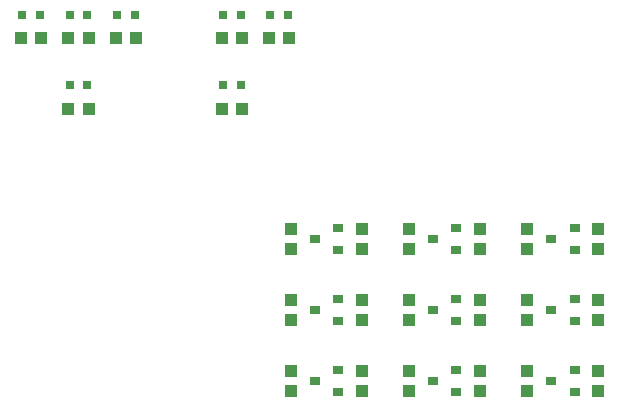
<source format=gbr>
G04 EAGLE Gerber RS-274X export*
G75*
%MOMM*%
%FSLAX34Y34*%
%LPD*%
%INSolderpaste Top*%
%IPPOS*%
%AMOC8*
5,1,8,0,0,1.08239X$1,22.5*%
G01*
%ADD10R,0.900000X0.800000*%
%ADD11R,1.000000X1.100000*%
%ADD12R,0.800000X0.800000*%
%ADD13R,1.100000X1.000000*%


D10*
X370000Y350500D03*
X370000Y369500D03*
X350000Y360000D03*
D11*
X390000Y368500D03*
X390000Y351500D03*
X330000Y351500D03*
X330000Y368500D03*
D10*
X370000Y410500D03*
X370000Y429500D03*
X350000Y420000D03*
D11*
X390000Y428500D03*
X390000Y411500D03*
X330000Y411500D03*
X330000Y428500D03*
D10*
X370000Y470500D03*
X370000Y489500D03*
X350000Y480000D03*
D11*
X390000Y488500D03*
X390000Y471500D03*
X330000Y471500D03*
X330000Y488500D03*
D10*
X470000Y350500D03*
X470000Y369500D03*
X450000Y360000D03*
D11*
X490000Y368500D03*
X490000Y351500D03*
X430000Y351500D03*
X430000Y368500D03*
D10*
X470000Y410500D03*
X470000Y429500D03*
X450000Y420000D03*
D11*
X490000Y428500D03*
X490000Y411500D03*
X430000Y411500D03*
X430000Y428500D03*
D10*
X470000Y470500D03*
X470000Y489500D03*
X450000Y480000D03*
D11*
X490000Y488500D03*
X490000Y471500D03*
X430000Y471500D03*
X430000Y488500D03*
D10*
X570000Y350500D03*
X570000Y369500D03*
X550000Y360000D03*
D11*
X590000Y368500D03*
X590000Y351500D03*
X530000Y351500D03*
X530000Y368500D03*
D10*
X570000Y410500D03*
X570000Y429500D03*
X550000Y420000D03*
D11*
X590000Y428500D03*
X590000Y411500D03*
X530000Y411500D03*
X530000Y428500D03*
D10*
X570000Y470500D03*
X570000Y489500D03*
X550000Y480000D03*
D11*
X590000Y488500D03*
X590000Y471500D03*
X530000Y471500D03*
X530000Y488500D03*
D12*
X102500Y670000D03*
X117500Y670000D03*
X142500Y670000D03*
X157500Y670000D03*
D13*
X101500Y650000D03*
X118500Y650000D03*
X141500Y650000D03*
X158500Y650000D03*
D12*
X142500Y610000D03*
X157500Y610000D03*
X182500Y670000D03*
X197500Y670000D03*
D13*
X141500Y590000D03*
X158500Y590000D03*
X181500Y650000D03*
X198500Y650000D03*
D12*
X272500Y670000D03*
X287500Y670000D03*
X312500Y670000D03*
X327500Y670000D03*
D13*
X271500Y650000D03*
X288500Y650000D03*
X311500Y650000D03*
X328500Y650000D03*
D12*
X272500Y610000D03*
X287500Y610000D03*
D13*
X271500Y590000D03*
X288500Y590000D03*
M02*

</source>
